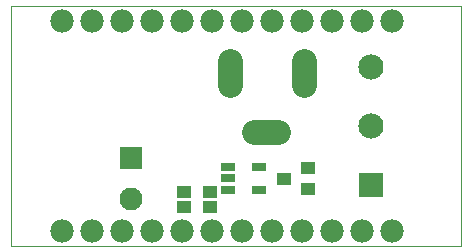
<source format=gts>
G75*
%MOIN*%
%OFA0B0*%
%FSLAX25Y25*%
%IPPOS*%
%LPD*%
%AMOC8*
5,1,8,0,0,1.08239X$1,22.5*
%
%ADD10C,0.00000*%
%ADD11R,0.05124X0.04337*%
%ADD12R,0.04900X0.04400*%
%ADD13R,0.08400X0.08400*%
%ADD14C,0.08400*%
%ADD15C,0.08400*%
%ADD16R,0.07683X0.07683*%
%ADD17C,0.07683*%
%ADD18C,0.07800*%
%ADD19R,0.05124X0.03117*%
D10*
X0088000Y0011800D02*
X0088000Y0091800D01*
X0238000Y0091800D01*
X0238000Y0011800D01*
X0088000Y0011800D01*
D11*
X0145677Y0024792D03*
X0154339Y0024792D03*
X0154339Y0029792D03*
X0145677Y0029792D03*
D12*
X0179000Y0034280D03*
X0187000Y0030780D03*
X0187000Y0037780D03*
D13*
X0208000Y0032115D03*
D14*
X0208000Y0051800D03*
X0208000Y0071485D03*
D15*
X0185500Y0073300D02*
X0185500Y0065300D01*
X0161000Y0065300D02*
X0161000Y0073300D01*
X0169000Y0049800D02*
X0177000Y0049800D01*
D16*
X0128000Y0041190D03*
D17*
X0128000Y0027410D03*
D18*
X0125000Y0016800D03*
X0115000Y0016800D03*
X0105000Y0016800D03*
X0135000Y0016800D03*
X0145000Y0016800D03*
X0155000Y0016800D03*
X0165000Y0016800D03*
X0175000Y0016800D03*
X0185000Y0016800D03*
X0195000Y0016800D03*
X0205000Y0016800D03*
X0215000Y0016800D03*
X0215000Y0086800D03*
X0205000Y0086800D03*
X0195000Y0086800D03*
X0185000Y0086800D03*
X0175000Y0086800D03*
X0165000Y0086800D03*
X0155000Y0086800D03*
X0145000Y0086800D03*
X0135000Y0086800D03*
X0125000Y0086800D03*
X0115000Y0086800D03*
X0105000Y0086800D03*
D19*
X0160401Y0038040D03*
X0160401Y0034300D03*
X0160401Y0030560D03*
X0170638Y0030560D03*
X0170638Y0038040D03*
M02*

</source>
